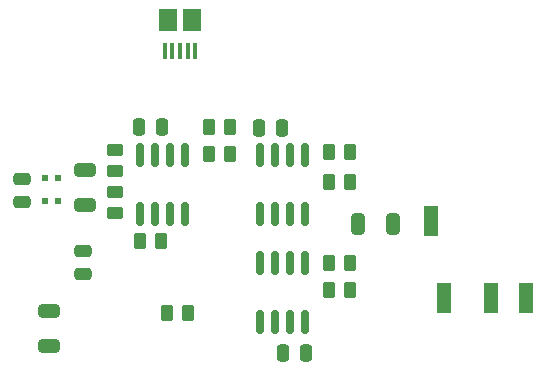
<source format=gbr>
%TF.GenerationSoftware,KiCad,Pcbnew,(6.0.2)*%
%TF.CreationDate,2023-09-05T21:11:47-07:00*%
%TF.ProjectId,parabolic_microphone,70617261-626f-46c6-9963-5f6d6963726f,rev?*%
%TF.SameCoordinates,Original*%
%TF.FileFunction,Paste,Top*%
%TF.FilePolarity,Positive*%
%FSLAX46Y46*%
G04 Gerber Fmt 4.6, Leading zero omitted, Abs format (unit mm)*
G04 Created by KiCad (PCBNEW (6.0.2)) date 2023-09-05 21:11:47*
%MOMM*%
%LPD*%
G01*
G04 APERTURE LIST*
G04 Aperture macros list*
%AMRoundRect*
0 Rectangle with rounded corners*
0 $1 Rounding radius*
0 $2 $3 $4 $5 $6 $7 $8 $9 X,Y pos of 4 corners*
0 Add a 4 corners polygon primitive as box body*
4,1,4,$2,$3,$4,$5,$6,$7,$8,$9,$2,$3,0*
0 Add four circle primitives for the rounded corners*
1,1,$1+$1,$2,$3*
1,1,$1+$1,$4,$5*
1,1,$1+$1,$6,$7*
1,1,$1+$1,$8,$9*
0 Add four rect primitives between the rounded corners*
20,1,$1+$1,$2,$3,$4,$5,0*
20,1,$1+$1,$4,$5,$6,$7,0*
20,1,$1+$1,$6,$7,$8,$9,0*
20,1,$1+$1,$8,$9,$2,$3,0*%
G04 Aperture macros list end*
%ADD10R,0.600000X0.540000*%
%ADD11RoundRect,0.250000X-0.250000X-0.475000X0.250000X-0.475000X0.250000X0.475000X-0.250000X0.475000X0*%
%ADD12RoundRect,0.250000X-0.650000X0.325000X-0.650000X-0.325000X0.650000X-0.325000X0.650000X0.325000X0*%
%ADD13RoundRect,0.250000X0.250000X0.475000X-0.250000X0.475000X-0.250000X-0.475000X0.250000X-0.475000X0*%
%ADD14RoundRect,0.250000X0.262500X0.450000X-0.262500X0.450000X-0.262500X-0.450000X0.262500X-0.450000X0*%
%ADD15RoundRect,0.250000X0.325000X0.650000X-0.325000X0.650000X-0.325000X-0.650000X0.325000X-0.650000X0*%
%ADD16R,1.200000X2.500000*%
%ADD17RoundRect,0.250000X-0.450000X0.262500X-0.450000X-0.262500X0.450000X-0.262500X0.450000X0.262500X0*%
%ADD18RoundRect,0.250000X-0.475000X0.250000X-0.475000X-0.250000X0.475000X-0.250000X0.475000X0.250000X0*%
%ADD19RoundRect,0.150000X-0.150000X0.825000X-0.150000X-0.825000X0.150000X-0.825000X0.150000X0.825000X0*%
%ADD20R,0.400000X1.350000*%
%ADD21R,1.500000X1.900000*%
%ADD22RoundRect,0.150000X0.150000X-0.825000X0.150000X0.825000X-0.150000X0.825000X-0.150000X-0.825000X0*%
G04 APERTURE END LIST*
D10*
%TO.C,U4*%
X70849000Y-48240000D03*
X70849000Y-50170000D03*
X71899000Y-50170000D03*
X71899000Y-48240000D03*
%TD*%
D11*
%TO.C,C1*%
X78806000Y-43922000D03*
X80706000Y-43922000D03*
%TD*%
D12*
%TO.C,C6*%
X74168000Y-47527000D03*
X74168000Y-50477000D03*
%TD*%
D13*
%TO.C,C2*%
X90866000Y-43942000D03*
X88966000Y-43942000D03*
%TD*%
D14*
%TO.C,R4*%
X82954500Y-59670000D03*
X81129500Y-59670000D03*
%TD*%
D15*
%TO.C,C7*%
X100281000Y-52070000D03*
X97331000Y-52070000D03*
%TD*%
D14*
%TO.C,R9*%
X96670500Y-55372000D03*
X94845500Y-55372000D03*
%TD*%
%TO.C,R10*%
X96670500Y-57658000D03*
X94845500Y-57658000D03*
%TD*%
D16*
%TO.C,J6*%
X108573000Y-58368000D03*
X111573000Y-58368000D03*
X103473000Y-51868000D03*
X104573000Y-58368000D03*
%TD*%
D17*
%TO.C,R3*%
X76708000Y-49359500D03*
X76708000Y-51184500D03*
%TD*%
D12*
%TO.C,C8*%
X71120000Y-59465000D03*
X71120000Y-62415000D03*
%TD*%
D13*
%TO.C,C3*%
X92898000Y-62992000D03*
X90998000Y-62992000D03*
%TD*%
D17*
%TO.C,R1*%
X76708000Y-45803500D03*
X76708000Y-47628500D03*
%TD*%
D14*
%TO.C,R2*%
X86510500Y-46208000D03*
X84685500Y-46208000D03*
%TD*%
D18*
%TO.C,C4*%
X74041000Y-54422000D03*
X74041000Y-56322000D03*
%TD*%
D14*
%TO.C,R6*%
X86510500Y-43922000D03*
X84685500Y-43922000D03*
%TD*%
D19*
%TO.C,U2*%
X92837000Y-46293000D03*
X91567000Y-46293000D03*
X90297000Y-46293000D03*
X89027000Y-46293000D03*
X89027000Y-51243000D03*
X90297000Y-51243000D03*
X91567000Y-51243000D03*
X92837000Y-51243000D03*
%TD*%
D20*
%TO.C,J8*%
X83540000Y-37498000D03*
X82890000Y-37498000D03*
X82240000Y-37498000D03*
X81590000Y-37498000D03*
X80940000Y-37498000D03*
D21*
X83240000Y-34798000D03*
X81240000Y-34798000D03*
%TD*%
D14*
%TO.C,R5*%
X80668500Y-53574000D03*
X78843500Y-53574000D03*
%TD*%
D19*
%TO.C,U3*%
X92837000Y-55437000D03*
X91567000Y-55437000D03*
X90297000Y-55437000D03*
X89027000Y-55437000D03*
X89027000Y-60387000D03*
X90297000Y-60387000D03*
X91567000Y-60387000D03*
X92837000Y-60387000D03*
%TD*%
D14*
%TO.C,R7*%
X96670500Y-45974000D03*
X94845500Y-45974000D03*
%TD*%
D22*
%TO.C,U1*%
X78867000Y-51223000D03*
X80137000Y-51223000D03*
X81407000Y-51223000D03*
X82677000Y-51223000D03*
X82677000Y-46273000D03*
X81407000Y-46273000D03*
X80137000Y-46273000D03*
X78867000Y-46273000D03*
%TD*%
D14*
%TO.C,R8*%
X96670500Y-48514000D03*
X94845500Y-48514000D03*
%TD*%
D18*
%TO.C,C5*%
X68834000Y-48306000D03*
X68834000Y-50206000D03*
%TD*%
M02*

</source>
